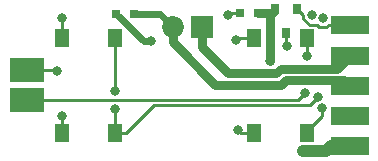
<source format=gbr>
G04 #@! TF.GenerationSoftware,KiCad,Pcbnew,(5.0.0)*
G04 #@! TF.CreationDate,2019-03-13T18:14:50+01:00*
G04 #@! TF.ProjectId,3d_extension,33645F657874656E73696F6E2E6B6963,100A*
G04 #@! TF.SameCoordinates,Original*
G04 #@! TF.FileFunction,Copper,L1,Top,Signal*
G04 #@! TF.FilePolarity,Positive*
%FSLAX46Y46*%
G04 Gerber Fmt 4.6, Leading zero omitted, Abs format (unit mm)*
G04 Created by KiCad (PCBNEW (5.0.0)) date 03/13/19 18:14:50*
%MOMM*%
%LPD*%
G01*
G04 APERTURE LIST*
G04 #@! TA.AperFunction,ComponentPad*
%ADD10R,1.850000X1.850000*%
G04 #@! TD*
G04 #@! TA.AperFunction,ComponentPad*
%ADD11C,1.850000*%
G04 #@! TD*
G04 #@! TA.AperFunction,SMDPad,CuDef*
%ADD12R,1.300000X1.550000*%
G04 #@! TD*
G04 #@! TA.AperFunction,SMDPad,CuDef*
%ADD13R,3.000000X2.100000*%
G04 #@! TD*
G04 #@! TA.AperFunction,SMDPad,CuDef*
%ADD14R,0.800000X0.750000*%
G04 #@! TD*
G04 #@! TA.AperFunction,SMDPad,CuDef*
%ADD15R,3.300000X1.500000*%
G04 #@! TD*
G04 #@! TA.AperFunction,SMDPad,CuDef*
%ADD16R,0.800000X0.900000*%
G04 #@! TD*
G04 #@! TA.AperFunction,ViaPad*
%ADD17C,0.800000*%
G04 #@! TD*
G04 #@! TA.AperFunction,Conductor*
%ADD18C,0.800000*%
G04 #@! TD*
G04 #@! TA.AperFunction,Conductor*
%ADD19C,0.250000*%
G04 #@! TD*
G04 #@! TA.AperFunction,Conductor*
%ADD20C,0.600000*%
G04 #@! TD*
G04 #@! TA.AperFunction,Conductor*
%ADD21C,1.000000*%
G04 #@! TD*
G04 APERTURE END LIST*
D10*
G04 #@! TO.P,P1,1*
G04 #@! TO.N,Net-(C2-Pad1)*
X147850000Y-84050000D03*
D11*
G04 #@! TO.P,P1,2*
G04 #@! TO.N,Net-(C2-Pad2)*
X145350000Y-84050000D03*
G04 #@! TD*
D12*
G04 #@! TO.P,SW2,1*
G04 #@! TO.N,Net-(J2-Pad8)*
X156750000Y-93050000D03*
G04 #@! TO.P,SW2,2*
G04 #@! TO.N,GND*
X152250000Y-93050000D03*
G04 #@! TO.P,SW2,1*
G04 #@! TO.N,Net-(J2-Pad8)*
X156750000Y-85050000D03*
G04 #@! TO.P,SW2,2*
G04 #@! TO.N,GND*
X152250000Y-85050000D03*
G04 #@! TD*
D13*
G04 #@! TO.P,U2,2*
G04 #@! TO.N,GND*
X133000000Y-87750000D03*
G04 #@! TO.P,U2,3*
G04 #@! TO.N,/NTC*
X133000000Y-90250000D03*
G04 #@! TD*
D14*
G04 #@! TO.P,C2,1*
G04 #@! TO.N,Net-(C2-Pad1)*
X140600000Y-83000000D03*
G04 #@! TO.P,C2,2*
G04 #@! TO.N,Net-(C2-Pad2)*
X142100000Y-83000000D03*
G04 #@! TD*
D12*
G04 #@! TO.P,SW1,2*
G04 #@! TO.N,GND*
X136000000Y-85050000D03*
G04 #@! TO.P,SW1,1*
G04 #@! TO.N,Net-(J2-Pad6)*
X140500000Y-85050000D03*
G04 #@! TO.P,SW1,2*
G04 #@! TO.N,GND*
X136000000Y-93050000D03*
G04 #@! TO.P,SW1,1*
G04 #@! TO.N,Net-(J2-Pad6)*
X140500000Y-93050000D03*
G04 #@! TD*
D15*
G04 #@! TO.P,J2,9*
G04 #@! TO.N,Net-(J2-Pad9)*
X160350000Y-94150000D03*
G04 #@! TO.P,J2,7*
G04 #@! TO.N,Net-(J2-Pad7)*
X160350000Y-91600000D03*
G04 #@! TO.P,J2,5*
G04 #@! TO.N,Net-(C2-Pad2)*
X160350000Y-89050000D03*
G04 #@! TO.P,J2,3*
G04 #@! TO.N,Net-(C2-Pad1)*
X160350000Y-86500000D03*
G04 #@! TO.P,J2,1*
G04 #@! TO.N,Net-(J2-Pad1)*
X160350000Y-83950000D03*
G04 #@! TD*
D16*
G04 #@! TO.P,U1,1*
G04 #@! TO.N,Net-(J2-Pad1)*
X155900000Y-82550000D03*
G04 #@! TO.P,U1,2*
G04 #@! TO.N,VCC*
X154000000Y-82550000D03*
G04 #@! TO.P,U1,3*
G04 #@! TO.N,GND*
X154950000Y-84550000D03*
G04 #@! TD*
D14*
G04 #@! TO.P,C1,2*
G04 #@! TO.N,GND*
X151050000Y-82900000D03*
G04 #@! TO.P,C1,1*
G04 #@! TO.N,VCC*
X152550000Y-82900000D03*
G04 #@! TD*
D17*
G04 #@! TO.N,VCC*
X153598141Y-86974968D03*
G04 #@! TO.N,GND*
X136000000Y-83300000D03*
X136000000Y-91600000D03*
X150850000Y-92800000D03*
X150750000Y-85150000D03*
X155000000Y-85700000D03*
X150000000Y-83050000D03*
X157150000Y-83050000D03*
X158050000Y-83300000D03*
X135550000Y-87800000D03*
G04 #@! TO.N,Net-(J2-Pad6)*
X157633357Y-90008983D03*
X140500000Y-89524990D03*
X140500002Y-91000000D03*
G04 #@! TO.N,Net-(J2-Pad8)*
X156700000Y-86550000D03*
X158026299Y-90928559D03*
G04 #@! TO.N,Net-(C2-Pad1)*
X143550000Y-85300000D03*
G04 #@! TO.N,Net-(J2-Pad9)*
X157399996Y-94600000D03*
X156350000Y-94600000D03*
G04 #@! TO.N,/NTC*
X156550000Y-89700000D03*
G04 #@! TD*
D18*
G04 #@! TO.N,VCC*
X153750000Y-82900000D02*
X153949990Y-82700010D01*
X152550000Y-82900000D02*
X153750000Y-82900000D01*
X153598141Y-83051859D02*
X153598141Y-86409283D01*
X153598141Y-86409283D02*
X153598141Y-86974968D01*
X153750000Y-82900000D02*
X153598141Y-83051859D01*
D19*
G04 #@! TO.N,GND*
X136000000Y-85050000D02*
X136000000Y-83300000D01*
X136000000Y-93050000D02*
X136000000Y-91600000D01*
X152250000Y-93050000D02*
X151100000Y-93050000D01*
X151100000Y-93050000D02*
X150850000Y-92800000D01*
X152250000Y-85050000D02*
X150850000Y-85050000D01*
X150850000Y-85050000D02*
X150750000Y-85150000D01*
X154950000Y-84550000D02*
X154950000Y-85650000D01*
X154950000Y-85650000D02*
X155000000Y-85700000D01*
X151050000Y-82900000D02*
X150150000Y-82900000D01*
X150150000Y-82900000D02*
X150000000Y-83050000D01*
X133000000Y-87750000D02*
X135500000Y-87750000D01*
X135500000Y-87750000D02*
X135550000Y-87800000D01*
G04 #@! TO.N,Net-(J2-Pad1)*
X156424999Y-83398001D02*
X156424999Y-83074999D01*
X158486584Y-83950000D02*
X158386584Y-84050000D01*
X160350000Y-83950000D02*
X158486584Y-83950000D01*
X156424999Y-83074999D02*
X155900000Y-82550000D01*
X158386584Y-84050000D02*
X157706752Y-84050000D01*
X157706752Y-84050000D02*
X157606752Y-83950000D01*
X157606752Y-83950000D02*
X156976998Y-83950000D01*
X156976998Y-83950000D02*
X156424999Y-83398001D01*
G04 #@! TO.N,Net-(J2-Pad6)*
X156942329Y-90700011D02*
X157233358Y-90408982D01*
X141400000Y-93050000D02*
X143749989Y-90700011D01*
X143749989Y-90700011D02*
X156942329Y-90700011D01*
X157233358Y-90408982D02*
X157633357Y-90008983D01*
X140500000Y-93050000D02*
X141400000Y-93050000D01*
X140500000Y-85050000D02*
X140500000Y-89524990D01*
X140500000Y-93050000D02*
X140500000Y-91000002D01*
X140500000Y-91000002D02*
X140500002Y-91000000D01*
G04 #@! TO.N,Net-(J2-Pad8)*
X156700000Y-85100000D02*
X156750000Y-85050000D01*
X156700000Y-86550000D02*
X156700000Y-85100000D01*
X158026299Y-91648701D02*
X158026299Y-91494244D01*
X158026299Y-91494244D02*
X158026299Y-90928559D01*
X156750000Y-93050000D02*
X156750000Y-92925000D01*
X156750000Y-92925000D02*
X158026299Y-91648701D01*
D18*
G04 #@! TO.N,Net-(C2-Pad1)*
X147850000Y-85775000D02*
X147850000Y-84050000D01*
X159250012Y-87599988D02*
X154510463Y-87599988D01*
X154135473Y-87974978D02*
X150049978Y-87974978D01*
X154510463Y-87599988D02*
X154135473Y-87974978D01*
X150049978Y-87974978D02*
X147850000Y-85775000D01*
X160350000Y-86500000D02*
X159250012Y-87599988D01*
D20*
X142900000Y-85300000D02*
X143550000Y-85300000D01*
X140600000Y-83000000D02*
X142900000Y-85300000D01*
D18*
G04 #@! TO.N,Net-(C2-Pad2)*
X160350000Y-89050000D02*
X159899999Y-88599999D01*
X154924681Y-88599999D02*
X154549691Y-88974989D01*
X154549691Y-88974989D02*
X148966842Y-88974989D01*
X145350000Y-85358147D02*
X145350000Y-84050000D01*
X148966842Y-88974989D02*
X145350000Y-85358147D01*
X159899999Y-88599999D02*
X154924681Y-88599999D01*
D20*
X144300000Y-83000000D02*
X145350000Y-84050000D01*
X142100000Y-83000000D02*
X144300000Y-83000000D01*
D21*
G04 #@! TO.N,Net-(J2-Pad9)*
X157399996Y-94600000D02*
X156350000Y-94600000D01*
X158750000Y-94150000D02*
X158300000Y-94600000D01*
X160350000Y-94150000D02*
X158750000Y-94150000D01*
X157399996Y-94600000D02*
X158300000Y-94600000D01*
D19*
G04 #@! TO.N,/NTC*
X133000000Y-90250000D02*
X156000000Y-90250000D01*
X156150001Y-90099999D02*
X156550000Y-89700000D01*
X156000000Y-90250000D02*
X156150001Y-90099999D01*
G04 #@! TD*
M02*

</source>
